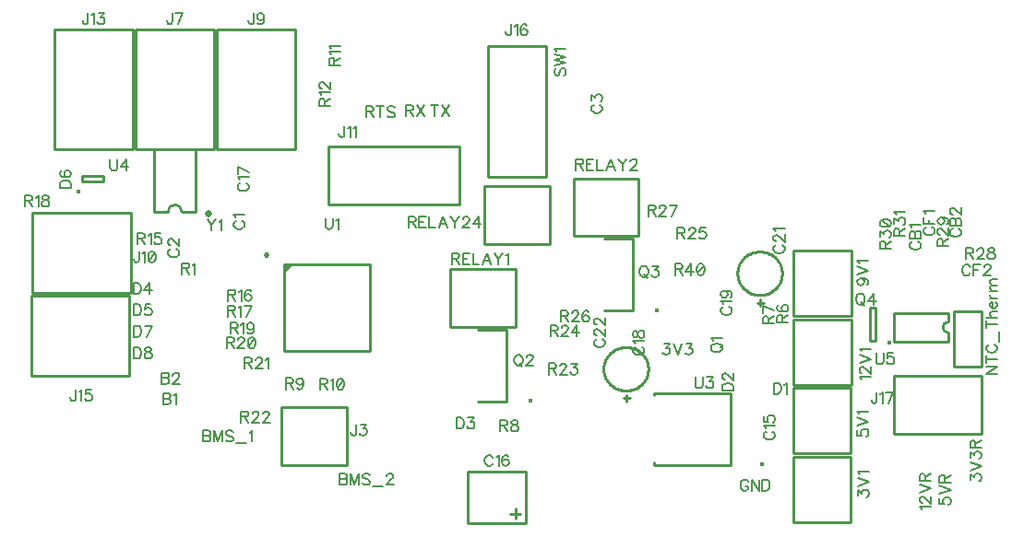
<source format=gbr>
G04 DipTrace 3.2.0.1*
G04 TopSilk.gbr*
%MOIN*%
G04 #@! TF.FileFunction,Legend,Top*
G04 #@! TF.Part,Single*
%ADD10C,0.009843*%
%ADD36C,0.015415*%
%ADD44O,0.01533X0.015438*%
%ADD47C,0.015422*%
%ADD50C,0.02075*%
%ADD53C,0.015408*%
%ADD56C,0.02501*%
%ADD132C,0.005906*%
%FSLAX26Y26*%
G04*
G70*
G90*
G75*
G01*
G04 TopSilk*
%LPD*%
X3474486Y1195103D2*
D10*
X3265815D1*
Y958877D1*
X3474486D1*
Y1195103D1*
X3263234Y460897D2*
X3471905D1*
Y697123D1*
X3263234D1*
Y460897D1*
Y710897D2*
X3471905D1*
Y947123D1*
X3263234D1*
Y710897D1*
X3474486Y1445103D2*
X3265815D1*
Y1208877D1*
X3474486D1*
Y1445103D1*
X2299213Y645669D2*
X2086614D1*
Y458661D1*
X2299213D1*
Y645669D1*
X2277549Y492117D2*
X2242109D1*
X2261795Y511809D2*
Y474407D1*
X2673234Y909449D2*
X2649602D1*
X2661418Y897638D2*
Y921260D1*
X2578740Y1015748D2*
X2578937Y1021241D1*
X2579526Y1026707D1*
X2580504Y1032119D1*
X2581867Y1037452D1*
X2583607Y1042679D1*
X2585718Y1047775D1*
X2588187Y1052714D1*
X2591004Y1057474D1*
X2594154Y1062030D1*
X2597622Y1066361D1*
X2601392Y1070446D1*
X2605444Y1074263D1*
X2609760Y1077796D1*
X2614317Y1081027D1*
X2619094Y1083939D1*
X2624068Y1086519D1*
X2629215Y1088755D1*
X2634508Y1090634D1*
X2639924Y1092149D1*
X2645434Y1093292D1*
X2651012Y1094057D1*
X2656632Y1094440D1*
X2662266D1*
X2667885Y1094057D1*
X2673464Y1093292D1*
X2678974Y1092149D1*
X2684389Y1090634D1*
X2689683Y1088755D1*
X2694829Y1086519D1*
X2699803Y1083939D1*
X2704581Y1081027D1*
X2709138Y1077796D1*
X2713453Y1074263D1*
X2717506Y1070446D1*
X2721275Y1066361D1*
X2724743Y1062030D1*
X2727894Y1057474D1*
X2730710Y1052714D1*
X2733180Y1047775D1*
X2735290Y1042679D1*
X2737031Y1037452D1*
X2738394Y1032119D1*
X2739372Y1026707D1*
X2739961Y1021241D1*
X2740157Y1015748D1*
X2739961Y1010255D1*
X2739372Y1004790D1*
X2738394Y999377D1*
X2737031Y994044D1*
X2735290Y988817D1*
X2733180Y983722D1*
X2730710Y978782D1*
X2727894Y974022D1*
X2724743Y969466D1*
X2721275Y965135D1*
X2717506Y961051D1*
X2713453Y957233D1*
X2709138Y953700D1*
X2704581Y950469D1*
X2699803Y947557D1*
X2694829Y944977D1*
X2689683Y942741D1*
X2684389Y940862D1*
X2678974Y939347D1*
X2673464Y938204D1*
X2667885Y937439D1*
X2662266Y937056D1*
X2656632D1*
X2651012Y937439D1*
X2645434Y938204D1*
X2639924Y939347D1*
X2634508Y940862D1*
X2629215Y942741D1*
X2624068Y944977D1*
X2619094Y947557D1*
X2614317Y950469D1*
X2609760Y953700D1*
X2605444Y957233D1*
X2601392Y961051D1*
X2597622Y965135D1*
X2594154Y969466D1*
X2591004Y974022D1*
X2588187Y978782D1*
X2585718Y983722D1*
X2583607Y988817D1*
X2581867Y994044D1*
X2580504Y999377D1*
X2579526Y1004790D1*
X2578937Y1010255D1*
X2578740Y1015748D1*
X3156746Y1255157D2*
X3133114D1*
X3144930Y1243346D2*
Y1266969D1*
X3062252Y1361457D2*
X3062449Y1366949D1*
X3063037Y1372415D1*
X3064016Y1377828D1*
X3065378Y1383160D1*
X3067119Y1388387D1*
X3069230Y1393483D1*
X3071699Y1398423D1*
X3074516Y1403183D1*
X3077666Y1407739D1*
X3081134Y1412070D1*
X3084904Y1416154D1*
X3088956Y1419972D1*
X3093271Y1423505D1*
X3097829Y1426735D1*
X3102606Y1429648D1*
X3107580Y1432228D1*
X3112727Y1434463D1*
X3118020Y1436343D1*
X3123435Y1437858D1*
X3128946Y1439001D1*
X3134524Y1439766D1*
X3140144Y1440149D1*
X3145777D1*
X3151397Y1439766D1*
X3156976Y1439001D1*
X3162486Y1437858D1*
X3167901Y1436343D1*
X3173195Y1434463D1*
X3178341Y1432228D1*
X3183315Y1429648D1*
X3188092Y1426735D1*
X3192650Y1423505D1*
X3196965Y1419972D1*
X3201018Y1416154D1*
X3204787Y1412070D1*
X3208255Y1407739D1*
X3211405Y1403183D1*
X3214222Y1398423D1*
X3216692Y1393483D1*
X3218802Y1388387D1*
X3220543Y1383160D1*
X3221906Y1377828D1*
X3222884Y1372415D1*
X3223473Y1366949D1*
X3223669Y1361457D1*
X3223473Y1355964D1*
X3222884Y1350498D1*
X3221906Y1345086D1*
X3220543Y1339753D1*
X3218802Y1334526D1*
X3216692Y1329430D1*
X3214222Y1324490D1*
X3211405Y1319731D1*
X3208255Y1315174D1*
X3204787Y1310843D1*
X3201018Y1306759D1*
X3196965Y1302941D1*
X3192650Y1299409D1*
X3188092Y1296178D1*
X3183315Y1293266D1*
X3178341Y1290686D1*
X3173195Y1288450D1*
X3167901Y1286570D1*
X3162486Y1285055D1*
X3156976Y1283913D1*
X3151397Y1283148D1*
X3145777Y1282765D1*
X3140144D1*
X3134524Y1283148D1*
X3128946Y1283913D1*
X3123435Y1285055D1*
X3118020Y1286570D1*
X3112727Y1288450D1*
X3107580Y1290686D1*
X3102606Y1293266D1*
X3097829Y1296178D1*
X3093271Y1299409D1*
X3088956Y1302941D1*
X3084904Y1306759D1*
X3081134Y1310843D1*
X3077666Y1315174D1*
X3074516Y1319731D1*
X3071699Y1324490D1*
X3069230Y1329430D1*
X3067119Y1334526D1*
X3065378Y1339753D1*
X3064016Y1345086D1*
X3063037Y1350498D1*
X3062449Y1355964D1*
X3062252Y1361457D1*
D36*
X680476Y1658699D3*
X693600Y1693100D2*
D10*
X772347D1*
Y1712774D1*
X693600D1*
Y1693100D1*
X1649770Y668039D2*
X1413543D1*
Y876710D1*
X1649770D1*
Y668039D1*
X1172029Y2245058D2*
X888564D1*
Y1811987D1*
X1172029D1*
Y2245058D1*
X1465748D2*
X1182283D1*
Y1811987D1*
X1465748D1*
Y2245058D1*
X514178Y1579318D2*
X870478D1*
Y1291916D1*
X514178D1*
Y1579318D1*
X1584777Y1820352D2*
X2057218D1*
Y1611681D1*
X1584777D1*
Y1820352D1*
X878310Y2245058D2*
X594845D1*
Y1811987D1*
X878310D1*
Y2245058D1*
X509843Y1279528D2*
X866142D1*
Y992126D1*
X509843D1*
Y1279528D1*
X2369780Y2184835D2*
X2161108D1*
Y1712394D1*
X2369780D1*
Y2184835D1*
X3628907Y989438D2*
X3943875D1*
Y780767D1*
X3628907D1*
Y989438D1*
X3845155Y1022605D2*
X3945155D1*
X3845155Y1222605D2*
Y1022605D1*
Y1222605D2*
X3945155D1*
Y1022605D1*
X2227982Y898702D2*
Y1158559D1*
X2125624Y898702D2*
X2227982D1*
X2125624Y1158559D2*
X2227982D1*
D44*
X2315318Y899648D3*
X2685045Y1227547D2*
D10*
Y1487404D1*
X2582687Y1227547D2*
X2685045D1*
X2582687Y1487404D2*
X2685045D1*
D44*
X2772381Y1228493D3*
D47*
X3611488Y1109080D3*
X3561347Y1118281D2*
D10*
Y1236386D1*
X3541661D1*
Y1118281D1*
X3561347D1*
X2025180Y1376291D2*
X2261407D1*
Y1167620D1*
X2025180D1*
Y1376291D1*
X2469745Y1705136D2*
X2705971D1*
Y1496465D1*
X2469745D1*
Y1705136D1*
X2148486Y1677534D2*
X2384713D1*
Y1468863D1*
X2148486D1*
Y1677534D1*
X1423175Y1392668D2*
X1734175D1*
Y1081668D1*
X1423175D1*
Y1392668D1*
G36*
D2*
Y1356418D1*
X1459425Y1392668D1*
X1423175D1*
G37*
D50*
X1360950Y1428968D3*
X3037465Y668319D2*
D10*
Y928161D1*
X2761876Y668319D2*
X3037465D1*
X2761876D2*
Y676184D1*
Y928161D2*
X3037465D1*
X2761876D2*
Y920296D1*
D53*
X3152411Y669252D3*
X954755Y1584774D2*
D10*
Y1809780D1*
X1104756D1*
Y1584774D1*
X1054766D1*
X954755D2*
X1004746D1*
X1054766D2*
G03X1004746Y1584774I-25010J-4D01*
G01*
D56*
X1150522Y1575917D3*
X3824833Y1217494D2*
D10*
X3627978D1*
X3824833Y1115118D2*
X3627978D1*
Y1217494D2*
Y1115118D1*
X3824833Y1186000D2*
Y1217494D1*
Y1146611D2*
Y1115118D1*
Y1186000D2*
G03X3824833Y1146611I9J-19694D01*
G01*
X3510694Y976835D2*
D132*
X3508748Y980682D1*
X3503044Y986430D1*
X3543192D1*
X3512595Y1000187D2*
X3510694D1*
X3506847Y1002088D1*
X3504946Y1003989D1*
X3503044Y1007836D1*
Y1015485D1*
X3504946Y1019288D1*
X3506847Y1021189D1*
X3510694Y1023135D1*
X3514496D1*
X3518343Y1021189D1*
X3524047Y1017386D1*
X3543192Y998241D1*
Y1025036D1*
X3503000Y1036847D2*
X3543192Y1052145D1*
X3503000Y1067444D1*
X3510694Y1079255D2*
X3508748Y1083102D1*
X3503044Y1088850D1*
X3543192D1*
X3729102Y507310D2*
X3727156Y511157D1*
X3721453Y516905D1*
X3761600D1*
X3731003Y530662D2*
X3729102D1*
X3725255Y532563D1*
X3723354Y534464D1*
X3721453Y538311D1*
Y545960D1*
X3723354Y549763D1*
X3725255Y551664D1*
X3729102Y553609D1*
X3732904D1*
X3736751Y551664D1*
X3742455Y547861D1*
X3761600Y528716D1*
Y555511D1*
X3721408Y567322D2*
X3761600Y582620D1*
X3721408Y597919D1*
X3740554Y609730D2*
Y626930D1*
X3738608Y632678D1*
X3736707Y634623D1*
X3732904Y636525D1*
X3729058D1*
X3725255Y634623D1*
X3723310Y632678D1*
X3721408Y626930D1*
Y609730D1*
X3761600D1*
X3740554Y623127D2*
X3761600Y636525D1*
X3496862Y555913D2*
Y576915D1*
X3512161Y565463D1*
Y571211D1*
X3514062Y575014D1*
X3515963Y576915D1*
X3521711Y578860D1*
X3525514D1*
X3531262Y576915D1*
X3535109Y573112D1*
X3537010Y567364D1*
Y561616D1*
X3535109Y555913D1*
X3533163Y554011D1*
X3529360Y552066D1*
X3496818Y590671D2*
X3537010Y605970D1*
X3496818Y621269D1*
X3504511Y633080D2*
X3502566Y636926D1*
X3496862Y642674D1*
X3537010D1*
X2796399Y1107612D2*
X2817402D1*
X2805950Y1092313D1*
X2811698D1*
X2815500Y1090412D1*
X2817402Y1088511D1*
X2819347Y1082763D1*
Y1078960D1*
X2817402Y1073212D1*
X2813599Y1069365D1*
X2807851Y1067464D1*
X2802103D1*
X2796399Y1069365D1*
X2794498Y1071311D1*
X2792552Y1075113D1*
X2831158Y1107656D2*
X2846457Y1067464D1*
X2861755Y1107656D1*
X2877413Y1107612D2*
X2898416D1*
X2886964Y1092313D1*
X2892712D1*
X2896514Y1090412D1*
X2898416Y1088511D1*
X2900361Y1082763D1*
Y1078960D1*
X2898416Y1073212D1*
X2894613Y1069365D1*
X2888865Y1067464D1*
X2883117D1*
X2877413Y1069365D1*
X2875512Y1071311D1*
X2873566Y1075113D1*
X3903438Y613482D2*
Y634485D1*
X3918737Y623033D1*
Y628781D1*
X3920638Y632583D1*
X3922539Y634485D1*
X3928287Y636430D1*
X3932090D1*
X3937838Y634485D1*
X3941685Y630682D1*
X3943586Y624934D1*
Y619186D1*
X3941685Y613482D1*
X3939739Y611581D1*
X3935937Y609636D1*
X3903394Y648241D2*
X3943586Y663540D1*
X3903394Y678838D1*
X3903438Y694496D2*
Y715499D1*
X3918737Y704047D1*
Y709795D1*
X3920638Y713597D1*
X3922539Y715498D1*
X3928287Y717444D1*
X3932090D1*
X3937838Y715498D1*
X3941685Y711696D1*
X3943586Y705948D1*
Y700200D1*
X3941685Y694496D1*
X3939739Y692595D1*
X3935937Y690649D1*
X3922539Y729255D2*
Y746455D1*
X3920594Y752203D1*
X3918693Y754148D1*
X3914890Y756050D1*
X3911043D1*
X3907241Y754148D1*
X3905295Y752203D1*
X3903394Y746455D1*
Y729255D1*
X3943586D1*
X3922539Y742652D2*
X3943586Y756050D1*
X3495237Y794452D2*
Y775351D1*
X3512437Y773450D1*
X3510536Y775351D1*
X3508590Y781099D1*
Y786803D1*
X3510536Y792551D1*
X3514339Y796398D1*
X3520087Y798299D1*
X3523889D1*
X3529637Y796397D1*
X3533484Y792551D1*
X3535385Y786803D1*
Y781099D1*
X3533484Y775351D1*
X3531538Y773450D1*
X3527736Y771504D1*
X3495193Y810110D2*
X3535385Y825408D1*
X3495193Y840707D1*
X3502887Y852518D2*
X3500941Y856365D1*
X3495237Y862113D1*
X3535385D1*
X3792760Y547210D2*
Y528109D1*
X3809960Y526208D1*
X3808058Y528109D1*
X3806113Y533857D1*
Y539561D1*
X3808058Y545309D1*
X3811861Y549156D1*
X3817609Y551057D1*
X3821411D1*
X3827159Y549156D1*
X3831006Y545309D1*
X3832907Y539561D1*
Y533857D1*
X3831006Y528109D1*
X3829061Y526208D1*
X3825258Y524262D1*
X3792715Y562868D2*
X3832907Y578167D1*
X3792715Y593465D1*
X3811861Y605276D2*
Y622476D1*
X3809915Y628224D1*
X3808014Y630170D1*
X3804212Y632071D1*
X3800365D1*
X3796562Y630170D1*
X3794617Y628224D1*
X3792715Y622476D1*
Y605276D1*
X3832907D1*
X3811861Y618674D2*
X3832907Y632071D1*
X3509213Y1343944D2*
X3514961Y1341998D1*
X3518807Y1338196D1*
X3520709Y1332448D1*
Y1330547D1*
X3518807Y1324799D1*
X3514961Y1320996D1*
X3509212Y1319051D1*
X3507311D1*
X3501563Y1320996D1*
X3497761Y1324799D1*
X3495859Y1330547D1*
Y1332448D1*
X3497761Y1338196D1*
X3501563Y1341998D1*
X3509213Y1343944D1*
X3518807D1*
X3528358Y1341998D1*
X3534106Y1338196D1*
X3536007Y1332448D1*
Y1328645D1*
X3534106Y1322897D1*
X3530259Y1320996D1*
X3495815Y1355755D2*
X3536007Y1371054D1*
X3495815Y1386352D1*
X3503509Y1398163D2*
X3501563Y1402010D1*
X3495859Y1407758D1*
X3536007D1*
X986627Y927897D2*
Y887705D1*
X1003871D1*
X1009619Y889651D1*
X1011520Y891552D1*
X1013421Y895355D1*
Y901103D1*
X1011520Y904950D1*
X1009619Y906851D1*
X1003871Y908752D1*
X1009619Y910698D1*
X1011520Y912599D1*
X1013421Y916401D1*
Y920248D1*
X1011520Y924051D1*
X1009619Y925996D1*
X1003871Y927897D1*
X986627D1*
Y908752D2*
X1003871D1*
X1025232Y920204D2*
X1029079Y922149D1*
X1034827Y927853D1*
Y887705D1*
X981964Y1001953D2*
Y961761D1*
X999208D1*
X1004956Y963706D1*
X1006857Y965607D1*
X1008759Y969410D1*
Y975158D1*
X1006857Y979005D1*
X1004956Y980906D1*
X999208Y982807D1*
X1004956Y984753D1*
X1006857Y986654D1*
X1008759Y990456D1*
Y994303D1*
X1006857Y998106D1*
X1004956Y1000051D1*
X999208Y1001953D1*
X981964D1*
Y982807D2*
X999208D1*
X1022515Y992358D2*
Y994259D1*
X1024416Y998106D1*
X1026318Y1000007D1*
X1030164Y1001908D1*
X1037814D1*
X1041616Y1000007D1*
X1043517Y998106D1*
X1045463Y994259D1*
Y990456D1*
X1043517Y986610D1*
X1039715Y980906D1*
X1020570Y961761D1*
X1047364D1*
X1132065Y792724D2*
Y752532D1*
X1149309D1*
X1155057Y754478D1*
X1156959Y756379D1*
X1158860Y760182D1*
Y765930D1*
X1156959Y769776D1*
X1155057Y771678D1*
X1149309Y773579D1*
X1155057Y775524D1*
X1156959Y777426D1*
X1158860Y781228D1*
Y785075D1*
X1156959Y788877D1*
X1155057Y790823D1*
X1149309Y792724D1*
X1132065D1*
Y773579D2*
X1149309D1*
X1201268Y752532D2*
Y792724D1*
X1185970Y752532D1*
X1170671Y792724D1*
Y752532D1*
X1239874Y786976D2*
X1236071Y790823D1*
X1230323Y792724D1*
X1222674D1*
X1216926Y790823D1*
X1213079Y786976D1*
Y783174D1*
X1215025Y779327D1*
X1216926Y777426D1*
X1220729Y775524D1*
X1232225Y771678D1*
X1236071Y769776D1*
X1237973Y767831D1*
X1239874Y764028D1*
Y758280D1*
X1236071Y754478D1*
X1230323Y752532D1*
X1222674D1*
X1216926Y754478D1*
X1213079Y758280D1*
X1251685Y745900D2*
X1288030D1*
X1299841Y785031D2*
X1303688Y786976D1*
X1309436Y792680D1*
Y752532D1*
X1625657Y637178D2*
Y596986D1*
X1642901D1*
X1648649Y598932D1*
X1650550Y600833D1*
X1652452Y604636D1*
Y610384D1*
X1650550Y614230D1*
X1648649Y616132D1*
X1642901Y618033D1*
X1648649Y619978D1*
X1650550Y621880D1*
X1652452Y625682D1*
Y629529D1*
X1650550Y633332D1*
X1648649Y635277D1*
X1642901Y637178D1*
X1625657D1*
Y618033D2*
X1642901D1*
X1694860Y596986D2*
Y637178D1*
X1679561Y596986D1*
X1664263Y637178D1*
Y596986D1*
X1733466Y631430D2*
X1729663Y635277D1*
X1723915Y637178D1*
X1716266D1*
X1710518Y635277D1*
X1706671Y631430D1*
Y627628D1*
X1708616Y623781D1*
X1710518Y621880D1*
X1714320Y619978D1*
X1725816Y616132D1*
X1729663Y614230D1*
X1731564Y612285D1*
X1733466Y608482D1*
Y602734D1*
X1729663Y598932D1*
X1723915Y596986D1*
X1716266D1*
X1710518Y598932D1*
X1706671Y602734D1*
X1745277Y590354D2*
X1781622D1*
X1795378Y627583D2*
Y629485D1*
X1797280Y633332D1*
X1799181Y635233D1*
X1803028Y637134D1*
X1810677D1*
X1814480Y635233D1*
X1816381Y633332D1*
X1818326Y629485D1*
Y625682D1*
X1816381Y621835D1*
X1812578Y616132D1*
X1793433Y596986D1*
X1820228D1*
X1251002Y1551089D2*
X1247200Y1549187D1*
X1243353Y1545341D1*
X1241452Y1541538D1*
Y1533889D1*
X1243353Y1530042D1*
X1247200Y1526240D1*
X1251002Y1524294D1*
X1256750Y1522393D1*
X1266345D1*
X1272049Y1524294D1*
X1275896Y1526240D1*
X1279698Y1530042D1*
X1281644Y1533889D1*
Y1541538D1*
X1279698Y1545341D1*
X1275896Y1549187D1*
X1272049Y1551089D1*
X1249145Y1562900D2*
X1247200Y1566746D1*
X1241496Y1572495D1*
X1281644Y1572494D1*
X1014653Y1449187D2*
X1010851Y1447286D1*
X1007004Y1443439D1*
X1005103Y1439636D1*
Y1431987D1*
X1007004Y1428140D1*
X1010851Y1424338D1*
X1014653Y1422392D1*
X1020401Y1420491D1*
X1029996D1*
X1035700Y1422392D1*
X1039547Y1424338D1*
X1043349Y1428140D1*
X1045295Y1431987D1*
Y1439636D1*
X1043349Y1443439D1*
X1039547Y1447286D1*
X1035700Y1449187D1*
X1014697Y1462943D2*
X1012796D1*
X1008949Y1464845D1*
X1007048Y1466746D1*
X1005147Y1470593D1*
Y1478242D1*
X1007048Y1482045D1*
X1008949Y1483946D1*
X1012796Y1485891D1*
X1016599D1*
X1020445Y1483946D1*
X1026149Y1480143D1*
X1045295Y1460998D1*
Y1487793D1*
X2543645Y1971064D2*
X2539843Y1969162D1*
X2535996Y1965316D1*
X2534095Y1961513D1*
Y1953864D1*
X2535996Y1950017D1*
X2539843Y1946214D1*
X2543645Y1944269D1*
X2549393Y1942368D1*
X2558988D1*
X2564692Y1944269D1*
X2568539Y1946214D1*
X2572341Y1950017D1*
X2574287Y1953864D1*
Y1961513D1*
X2572341Y1965316D1*
X2568539Y1969162D1*
X2564692Y1971064D1*
X2534139Y1986721D2*
Y2007724D1*
X2549438Y1996272D1*
Y2002020D1*
X2551339Y2005822D1*
X2553240Y2007724D1*
X2558988Y2009669D1*
X2562791D1*
X2568539Y2007724D1*
X2572385Y2003921D1*
X2574287Y1998173D1*
Y1992425D1*
X2572385Y1986721D1*
X2570440Y1984820D1*
X2566637Y1982875D1*
X3167101Y788493D2*
X3163298Y786592D1*
X3159451Y782745D1*
X3157550Y778943D1*
Y771293D1*
X3159451Y767447D1*
X3163298Y763644D1*
X3167101Y761699D1*
X3172849Y759797D1*
X3182443D1*
X3188147Y761699D1*
X3191994Y763644D1*
X3195797Y767447D1*
X3197742Y771293D1*
Y778943D1*
X3195797Y782745D1*
X3191994Y786592D1*
X3188147Y788493D1*
X3165244Y800304D2*
X3163298Y804151D1*
X3157594Y809899D1*
X3197742D1*
X3157594Y844658D2*
Y825557D1*
X3174794Y823655D1*
X3172893Y825557D1*
X3170947Y831305D1*
Y837009D1*
X3172893Y842757D1*
X3176695Y846603D1*
X3182444Y848505D1*
X3186246D1*
X3191994Y846603D1*
X3195841Y842757D1*
X3197742Y837009D1*
Y831305D1*
X3195841Y825557D1*
X3193895Y823655D1*
X3190093Y821710D1*
X2178228Y694562D2*
X2176327Y698365D1*
X2172480Y702211D1*
X2168678Y704113D1*
X2161028D1*
X2157182Y702211D1*
X2153379Y698365D1*
X2151434Y694562D1*
X2149532Y688814D1*
Y679219D1*
X2151434Y673515D1*
X2153379Y669669D1*
X2157182Y665866D1*
X2161028Y663921D1*
X2168678D1*
X2172480Y665866D1*
X2176327Y669669D1*
X2178228Y673515D1*
X2190039Y696419D2*
X2193886Y698365D1*
X2199634Y704068D1*
Y663921D1*
X2234393Y698365D2*
X2232492Y702167D1*
X2226744Y704068D1*
X2222941D1*
X2217193Y702167D1*
X2213346Y696419D1*
X2211445Y686869D1*
Y677318D1*
X2213346Y669669D1*
X2217193Y665822D1*
X2222941Y663921D1*
X2224843D1*
X2230546Y665822D1*
X2234393Y669669D1*
X2236294Y675417D1*
Y677318D1*
X2234393Y683066D1*
X2230546Y686869D1*
X2224843Y688770D1*
X2222941D1*
X2217193Y686869D1*
X2213346Y683066D1*
X2211445Y677318D1*
X1265968Y1687770D2*
X1262166Y1685869D1*
X1258319Y1682022D1*
X1256418Y1678220D1*
Y1670570D1*
X1258319Y1666724D1*
X1262166Y1662921D1*
X1265968Y1660975D1*
X1271716Y1659074D1*
X1281311D1*
X1287015Y1660975D1*
X1290862Y1662921D1*
X1294664Y1666724D1*
X1296610Y1670570D1*
Y1678220D1*
X1294664Y1682022D1*
X1290862Y1685869D1*
X1287015Y1687770D1*
X1264111Y1699581D2*
X1262166Y1703428D1*
X1256462Y1709176D1*
X1296610D1*
Y1728636D2*
X1256462Y1747782D1*
Y1720987D1*
X2695202Y1094601D2*
X2691399Y1092699D1*
X2687552Y1088853D1*
X2685651Y1085050D1*
Y1077401D1*
X2687552Y1073554D1*
X2691399Y1069751D1*
X2695202Y1067806D1*
X2700950Y1065905D1*
X2710545D1*
X2716248Y1067806D1*
X2720095Y1069751D1*
X2723898Y1073554D1*
X2725843Y1077401D1*
Y1085050D1*
X2723898Y1088853D1*
X2720095Y1092699D1*
X2716248Y1094601D1*
X2693345Y1106412D2*
X2691399Y1110258D1*
X2685695Y1116006D1*
X2725843D1*
X2685695Y1137368D2*
X2687597Y1131664D1*
X2691399Y1129719D1*
X2695246D1*
X2699049Y1131664D1*
X2700994Y1135467D1*
X2702895Y1143116D1*
X2704797Y1148864D1*
X2708643Y1152667D1*
X2712446Y1154568D1*
X2718194D1*
X2721996Y1152667D1*
X2723942Y1150765D1*
X2725843Y1145017D1*
Y1137368D1*
X2723942Y1131664D1*
X2721996Y1129719D1*
X2718194Y1127817D1*
X2712446D1*
X2708643Y1129719D1*
X2704797Y1133565D1*
X2702895Y1139269D1*
X2700994Y1146919D1*
X2699049Y1150765D1*
X2695246Y1152667D1*
X2691399D1*
X2687597Y1150765D1*
X2685695Y1145017D1*
Y1137368D1*
X3011855Y1240545D2*
X3008053Y1238644D1*
X3004206Y1234797D1*
X3002305Y1230994D1*
Y1223345D1*
X3004206Y1219498D1*
X3008053Y1215696D1*
X3011855Y1213750D1*
X3017603Y1211849D1*
X3027198D1*
X3032902Y1213750D1*
X3036749Y1215696D1*
X3040551Y1219498D1*
X3042497Y1223345D1*
Y1230994D1*
X3040551Y1234797D1*
X3036749Y1238644D1*
X3032902Y1240545D1*
X3009998Y1252356D2*
X3008053Y1256203D1*
X3002349Y1261951D1*
X3042497D1*
X3015702Y1298655D2*
X3021450Y1296710D1*
X3025297Y1292907D1*
X3027198Y1287159D1*
Y1285258D1*
X3025297Y1279510D1*
X3021450Y1275707D1*
X3015702Y1273762D1*
X3013801D1*
X3008053Y1275707D1*
X3004250Y1279510D1*
X3002349Y1285258D1*
Y1287159D1*
X3004250Y1292907D1*
X3008053Y1296710D1*
X3015702Y1298655D1*
X3025297D1*
X3034847Y1296710D1*
X3040595Y1292907D1*
X3042497Y1287159D1*
Y1283356D1*
X3040595Y1277608D1*
X3036749Y1275707D1*
X3202336Y1463909D2*
X3198533Y1462008D1*
X3194686Y1458161D1*
X3192785Y1454359D1*
Y1446709D1*
X3194686Y1442863D1*
X3198533Y1439060D1*
X3202336Y1437115D1*
X3208084Y1435213D1*
X3217678D1*
X3223382Y1437115D1*
X3227229Y1439060D1*
X3231032Y1442863D1*
X3232977Y1446709D1*
Y1454359D1*
X3231032Y1458161D1*
X3227229Y1462008D1*
X3223382Y1463909D1*
X3202380Y1477666D2*
X3200479D1*
X3196632Y1479567D1*
X3194731Y1481468D1*
X3192829Y1485315D1*
Y1492964D1*
X3194731Y1496767D1*
X3196632Y1498668D1*
X3200479Y1500614D1*
X3204281D1*
X3208128Y1498668D1*
X3213832Y1494866D1*
X3232977Y1475720D1*
Y1502515D1*
X3200479Y1514326D2*
X3198533Y1518173D1*
X3192829Y1523921D1*
X3232977D1*
X2553417Y1123559D2*
X2549614Y1121657D1*
X2545768Y1117811D1*
X2543866Y1114008D1*
Y1106359D1*
X2545768Y1102512D1*
X2549614Y1098709D1*
X2553417Y1096764D1*
X2559165Y1094863D1*
X2568760D1*
X2574464Y1096764D1*
X2578310Y1098709D1*
X2582113Y1102512D1*
X2584058Y1106359D1*
Y1114008D1*
X2582113Y1117811D1*
X2578310Y1121657D1*
X2574464Y1123559D1*
X2553461Y1137315D2*
X2551560D1*
X2547713Y1139216D1*
X2545812Y1141118D1*
X2543911Y1144964D1*
Y1152614D1*
X2545812Y1156416D1*
X2547713Y1158318D1*
X2551560Y1160263D1*
X2555362D1*
X2559209Y1158318D1*
X2564913Y1154515D1*
X2584058Y1135370D1*
Y1162164D1*
X2553461Y1175921D2*
X2551560D1*
X2547713Y1177822D1*
X2545812Y1179723D1*
X2543911Y1183570D1*
Y1191219D1*
X2545812Y1195022D1*
X2547713Y1196923D1*
X2551560Y1198869D1*
X2555362D1*
X2559209Y1196923D1*
X2564913Y1193121D1*
X2584058Y1173975D1*
Y1200770D1*
X3694639Y1476140D2*
X3690836Y1474239D1*
X3686989Y1470392D1*
X3685088Y1466590D1*
Y1458940D1*
X3686989Y1455094D1*
X3690836Y1451291D1*
X3694639Y1449346D1*
X3700387Y1447444D1*
X3709982D1*
X3715685Y1449346D1*
X3719532Y1451291D1*
X3723335Y1455094D1*
X3725280Y1458940D1*
Y1466590D1*
X3723335Y1470392D1*
X3719532Y1474239D1*
X3715685Y1476140D1*
X3685088Y1487951D2*
X3725280D1*
Y1505195D1*
X3723335Y1510943D1*
X3721433Y1512845D1*
X3717631Y1514746D1*
X3711883D1*
X3708036Y1512845D1*
X3706135Y1510943D1*
X3704234Y1505195D1*
X3702288Y1510943D1*
X3700387Y1512845D1*
X3696584Y1514746D1*
X3692737D1*
X3688935Y1512845D1*
X3686989Y1510943D1*
X3685088Y1505195D1*
Y1487951D1*
X3704234D2*
Y1505195D1*
X3692782Y1526557D2*
X3690836Y1530404D1*
X3685132Y1536152D1*
X3725280D1*
X3840013Y1522658D2*
X3836210Y1520757D1*
X3832363Y1516910D1*
X3830462Y1513108D1*
Y1505459D1*
X3832363Y1501612D1*
X3836210Y1497809D1*
X3840013Y1495864D1*
X3845761Y1493962D1*
X3855356D1*
X3861059Y1495864D1*
X3864906Y1497809D1*
X3868709Y1501612D1*
X3870654Y1505458D1*
Y1513108D1*
X3868709Y1516910D1*
X3864906Y1520757D1*
X3861059Y1522658D1*
X3830462Y1534469D2*
X3870654D1*
Y1551713D1*
X3868709Y1557461D1*
X3866807Y1559363D1*
X3863005Y1561264D1*
X3857257D1*
X3853410Y1559363D1*
X3851509Y1557461D1*
X3849608Y1551713D1*
X3847662Y1557461D1*
X3845761Y1559363D1*
X3841958Y1561264D1*
X3838112D1*
X3834309Y1559363D1*
X3832363Y1557461D1*
X3830462Y1551713D1*
Y1534469D1*
X3849608D2*
Y1551713D1*
X3840057Y1575021D2*
X3838156D1*
X3834309Y1576922D1*
X3832408Y1578823D1*
X3830506Y1582670D1*
Y1590319D1*
X3832408Y1594122D1*
X3834309Y1596023D1*
X3838156Y1597968D1*
X3841958D1*
X3845805Y1596023D1*
X3851509Y1592220D1*
X3870654Y1573075D1*
Y1599870D1*
X3744637Y1528272D2*
X3740835Y1526371D1*
X3736988Y1522524D1*
X3735087Y1518721D1*
Y1511072D1*
X3736988Y1507225D1*
X3740835Y1503423D1*
X3744637Y1501477D1*
X3750385Y1499576D1*
X3759980D1*
X3765684Y1501477D1*
X3769531Y1503423D1*
X3773333Y1507225D1*
X3775279Y1511072D1*
Y1518721D1*
X3773333Y1522524D1*
X3769531Y1526371D1*
X3765684Y1528272D1*
X3735087Y1564976D2*
Y1540083D1*
X3775279D1*
X3754232D2*
Y1555382D1*
X3742780Y1576787D2*
X3740835Y1580634D1*
X3735131Y1586382D1*
X3775279D1*
X3903541Y1384293D2*
X3901639Y1388096D1*
X3897793Y1391942D1*
X3893990Y1393844D1*
X3886341D1*
X3882494Y1391942D1*
X3878692Y1388096D1*
X3876746Y1384293D1*
X3874845Y1378545D1*
Y1368950D1*
X3876746Y1363246D1*
X3878692Y1359400D1*
X3882494Y1355597D1*
X3886341Y1353652D1*
X3893990D1*
X3897793Y1355597D1*
X3901639Y1359400D1*
X3903541Y1363246D1*
X3940245Y1393844D2*
X3915352D1*
Y1353652D1*
Y1374698D2*
X3930650D1*
X3954002Y1384249D2*
Y1386150D1*
X3955903Y1389997D1*
X3957804Y1391898D1*
X3961651Y1393799D1*
X3969300D1*
X3973103Y1391898D1*
X3975004Y1389997D1*
X3976950Y1386150D1*
Y1382348D1*
X3975004Y1378501D1*
X3971201Y1372797D1*
X3952056Y1353652D1*
X3978851D1*
X3193026Y965727D2*
Y925535D1*
X3206423D1*
X3212171Y927480D1*
X3216018Y931283D1*
X3217919Y935130D1*
X3219820Y940833D1*
Y950428D1*
X3217919Y956176D1*
X3216018Y959979D1*
X3212171Y963826D1*
X3206423Y965727D1*
X3193026D1*
X3231631Y958033D2*
X3235478Y959979D1*
X3241226Y965683D1*
Y925535D1*
X3007054Y936824D2*
X3047246D1*
Y950221D1*
X3045301Y955969D1*
X3041498Y959816D1*
X3037651Y961717D1*
X3031947Y963618D1*
X3022353D1*
X3016605Y961717D1*
X3012802Y959816D1*
X3008955Y955969D1*
X3007054Y950221D1*
Y936824D1*
X3016649Y977375D2*
X3014748D1*
X3010901Y979276D1*
X3009000Y981177D1*
X3007098Y985024D1*
Y992673D1*
X3009000Y996476D1*
X3010901Y998377D1*
X3014748Y1000323D1*
X3018550D1*
X3022397Y998377D1*
X3028101Y994575D1*
X3047246Y975429D1*
Y1002224D1*
X2046943Y839939D2*
Y799747D1*
X2060340D1*
X2066088Y801693D1*
X2069935Y805495D1*
X2071836Y809342D1*
X2073738Y815046D1*
Y824641D1*
X2071836Y830389D1*
X2069935Y834191D1*
X2066088Y838038D1*
X2060340Y839939D1*
X2046943D1*
X2089395Y839895D2*
X2110398D1*
X2098946Y824597D1*
X2104694D1*
X2108496Y822695D1*
X2110398Y820794D1*
X2112343Y815046D1*
Y811243D1*
X2110398Y805495D1*
X2106595Y801649D1*
X2100847Y799747D1*
X2095099D1*
X2089395Y801649D1*
X2087494Y803594D1*
X2085549Y807397D1*
X880289Y1326918D2*
Y1286726D1*
X893686D1*
X899434Y1288672D1*
X903281Y1292474D1*
X905182Y1296321D1*
X907083Y1302025D1*
Y1311620D1*
X905182Y1317368D1*
X903281Y1321170D1*
X899434Y1325017D1*
X893686Y1326918D1*
X880289D1*
X938040Y1286726D2*
Y1326874D1*
X918895Y1300124D1*
X947590D1*
X881239Y1249614D2*
Y1209422D1*
X894637D1*
X900385Y1211367D1*
X904232Y1215170D1*
X906133Y1219017D1*
X908034Y1224721D1*
Y1234315D1*
X906133Y1240063D1*
X904232Y1243866D1*
X900385Y1247713D1*
X894637Y1249614D1*
X881239D1*
X942793Y1249570D2*
X923692D1*
X921791Y1232370D1*
X923692Y1234271D1*
X929440Y1236217D1*
X935144D1*
X940892Y1234271D1*
X944739Y1230469D1*
X946640Y1224721D1*
Y1220918D1*
X944739Y1215170D1*
X940892Y1211323D1*
X935144Y1209422D1*
X929440D1*
X923692Y1211323D1*
X921791Y1213269D1*
X919845Y1217071D1*
X614325Y1671210D2*
X654517D1*
Y1684607D1*
X652572Y1690355D1*
X648769Y1694202D1*
X644922Y1696103D1*
X639218Y1698004D1*
X629624D1*
X623876Y1696103D1*
X620073Y1694202D1*
X616226Y1690355D1*
X614325Y1684607D1*
Y1671210D1*
X620073Y1732763D2*
X616271Y1730862D1*
X614369Y1725114D1*
Y1721311D1*
X616271Y1715563D1*
X622019Y1711717D1*
X631569Y1709815D1*
X641120D1*
X648769Y1711717D1*
X652616Y1715563D1*
X654517Y1721311D1*
Y1723213D1*
X652616Y1728916D1*
X648769Y1732763D1*
X643021Y1734664D1*
X641120D1*
X635372Y1732763D1*
X631569Y1728916D1*
X629668Y1723213D1*
Y1721311D1*
X631569Y1715563D1*
X635372Y1711717D1*
X641120Y1709815D1*
X881239Y1172310D2*
Y1132118D1*
X894637D1*
X900385Y1134063D1*
X904232Y1137866D1*
X906133Y1141712D1*
X908034Y1147416D1*
Y1157011D1*
X906133Y1162759D1*
X904232Y1166561D1*
X900385Y1170408D1*
X894637Y1172310D1*
X881239D1*
X927494Y1132118D2*
X946640Y1172265D1*
X919845D1*
X881262Y1093380D2*
Y1053188D1*
X894659D1*
X900407Y1055134D1*
X904254Y1058936D1*
X906155Y1062783D1*
X908056Y1068487D1*
Y1078082D1*
X906155Y1083830D1*
X904254Y1087632D1*
X900407Y1091479D1*
X894659Y1093380D1*
X881262D1*
X929418Y1093336D2*
X923714Y1091435D1*
X921769Y1087632D1*
Y1083786D1*
X923714Y1079983D1*
X927517Y1078038D1*
X935166Y1076136D1*
X940914Y1074235D1*
X944716Y1070388D1*
X946618Y1066586D1*
Y1060838D1*
X944716Y1057035D1*
X942815Y1055090D1*
X937067Y1053188D1*
X929418D1*
X923714Y1055090D1*
X921769Y1057035D1*
X919867Y1060838D1*
Y1066586D1*
X921769Y1070388D1*
X925615Y1074235D1*
X931319Y1076136D1*
X938968Y1078038D1*
X942815Y1079983D1*
X944716Y1083786D1*
Y1087632D1*
X942815Y1091435D1*
X937067Y1093336D1*
X929418D1*
X3101727Y605979D2*
X3099825Y609782D1*
X3095978Y613629D1*
X3092176Y615530D1*
X3084527D1*
X3080680Y613629D1*
X3076877Y609782D1*
X3074932Y605979D1*
X3073031Y600231D1*
Y590637D1*
X3074932Y584933D1*
X3076877Y581086D1*
X3080680Y577283D1*
X3084527Y575338D1*
X3092176D1*
X3095978Y577283D1*
X3099825Y581086D1*
X3101727Y584933D1*
Y590637D1*
X3092176D1*
X3140332Y615530D2*
Y575338D1*
X3113538Y615530D1*
Y575338D1*
X3152143Y615530D2*
Y575338D1*
X3165541D1*
X3171289Y577283D1*
X3175135Y581086D1*
X3177037Y584933D1*
X3178938Y590637D1*
Y600231D1*
X3177037Y605979D1*
X3175135Y609782D1*
X3171289Y613629D1*
X3165541Y615530D1*
X3152143D1*
X1685309Y815065D2*
Y784468D1*
X1683408Y778720D1*
X1681462Y776819D1*
X1677660Y774873D1*
X1673813D1*
X1670011Y776819D1*
X1668109Y778720D1*
X1666164Y784468D1*
Y788271D1*
X1700967Y815021D2*
X1721969D1*
X1710518Y799723D1*
X1716266D1*
X1720068Y797821D1*
X1721969Y795920D1*
X1723915Y790172D1*
Y786369D1*
X1721969Y780621D1*
X1718167Y776775D1*
X1712419Y774873D1*
X1706671D1*
X1700967Y776775D1*
X1699066Y778720D1*
X1697120Y782523D1*
X1020566Y2303501D2*
Y2272904D1*
X1018665Y2267156D1*
X1016720Y2265255D1*
X1012917Y2263309D1*
X1009070D1*
X1005268Y2265255D1*
X1003367Y2267156D1*
X1001421Y2272904D1*
Y2276706D1*
X1040027Y2263309D2*
X1059172Y2303457D1*
X1032377D1*
X1315236Y2303501D2*
Y2272904D1*
X1313335Y2267156D1*
X1311389Y2265255D1*
X1307587Y2263309D1*
X1303740D1*
X1299938Y2265255D1*
X1298036Y2267156D1*
X1296091Y2272904D1*
Y2276706D1*
X1351941Y2290104D2*
X1349995Y2284356D1*
X1346193Y2280509D1*
X1340445Y2278608D1*
X1338543D1*
X1332795Y2280509D1*
X1328993Y2284356D1*
X1327047Y2290104D1*
Y2292005D1*
X1328993Y2297753D1*
X1332795Y2301556D1*
X1338543Y2303457D1*
X1340445D1*
X1346193Y2301556D1*
X1349995Y2297753D1*
X1351941Y2290104D1*
Y2280509D1*
X1349995Y2270958D1*
X1346193Y2265210D1*
X1340445Y2263309D1*
X1336642D1*
X1330894Y2265210D1*
X1328993Y2269057D1*
X900241Y1440911D2*
Y1410313D1*
X898340Y1404565D1*
X896395Y1402664D1*
X892592Y1400719D1*
X888745D1*
X884943Y1402664D1*
X883042Y1404565D1*
X881096Y1410313D1*
Y1414116D1*
X912052Y1433217D2*
X915899Y1435163D1*
X921647Y1440866D1*
Y1400719D1*
X944954Y1440866D2*
X939206Y1438965D1*
X935360Y1433217D1*
X933458Y1423666D1*
Y1417918D1*
X935360Y1408368D1*
X939206Y1402620D1*
X944954Y1400719D1*
X948757D1*
X954505Y1402620D1*
X958307Y1408368D1*
X960253Y1417918D1*
Y1423666D1*
X958307Y1433217D1*
X954505Y1438965D1*
X948757Y1440866D1*
X944954D1*
X958307Y1433217D2*
X935360Y1408368D1*
X1641841Y1894543D2*
Y1863946D1*
X1639940Y1858198D1*
X1637995Y1856297D1*
X1634192Y1854351D1*
X1630345D1*
X1626543Y1856297D1*
X1624642Y1858198D1*
X1622696Y1863946D1*
Y1867748D1*
X1653652Y1886850D2*
X1657499Y1888795D1*
X1663247Y1894499D1*
Y1854351D1*
X1675058Y1886850D2*
X1678905Y1888795D1*
X1684653Y1894499D1*
Y1854351D1*
X716144Y2303501D2*
Y2272904D1*
X714243Y2267156D1*
X712298Y2265255D1*
X708495Y2263309D1*
X704648D1*
X700846Y2265255D1*
X698944Y2267156D1*
X696999Y2272904D1*
Y2276706D1*
X727955Y2295808D2*
X731802Y2297753D1*
X737550Y2303457D1*
Y2263309D1*
X753208Y2303457D2*
X774210D1*
X762759Y2288158D1*
X768507D1*
X772309Y2286257D1*
X774210Y2284356D1*
X776156Y2278608D1*
Y2274805D1*
X774210Y2269057D1*
X770408Y2265210D1*
X764660Y2263309D1*
X758912D1*
X753208Y2265210D1*
X751307Y2267156D1*
X749361Y2270958D1*
X671496Y940333D2*
Y909736D1*
X669595Y903988D1*
X667649Y902087D1*
X663847Y900141D1*
X660000D1*
X656197Y902087D1*
X654296Y903988D1*
X652351Y909736D1*
Y913538D1*
X683307Y932640D2*
X687154Y934585D1*
X692902Y940289D1*
Y900141D1*
X727661Y940289D2*
X708560D1*
X706658Y923089D1*
X708560Y924990D1*
X714308Y926936D1*
X720012D1*
X725760Y924990D1*
X729606Y921188D1*
X731508Y915440D1*
Y911637D1*
X729606Y905889D1*
X725760Y902042D1*
X720012Y900141D1*
X714308D1*
X708560Y902042D1*
X706658Y903988D1*
X704713Y907790D1*
X2245004Y2262963D2*
Y2232366D1*
X2243103Y2226618D1*
X2241157Y2224717D1*
X2237355Y2222771D1*
X2233508D1*
X2229706Y2224717D1*
X2227804Y2226618D1*
X2225859Y2232366D1*
Y2236168D1*
X2256815Y2255270D2*
X2260662Y2257215D1*
X2266410Y2262919D1*
Y2222771D1*
X2301169Y2257215D2*
X2299268Y2261018D1*
X2293520Y2262919D1*
X2289717D1*
X2283969Y2261018D1*
X2280122Y2255270D1*
X2278221Y2245719D1*
Y2236168D1*
X2280122Y2228519D1*
X2283969Y2224672D1*
X2289717Y2222771D1*
X2291618D1*
X2297322Y2224672D1*
X2301169Y2228519D1*
X2303070Y2234267D1*
Y2236168D1*
X2301169Y2241916D1*
X2297322Y2245719D1*
X2291618Y2247620D1*
X2289717D1*
X2283969Y2245719D1*
X2280122Y2241916D1*
X2278221Y2236168D1*
X3565715Y932084D2*
Y901487D1*
X3563814Y895739D1*
X3561868Y893837D1*
X3558066Y891892D1*
X3554219D1*
X3550417Y893837D1*
X3548515Y895739D1*
X3546570Y901487D1*
Y905289D1*
X3577526Y924390D2*
X3581373Y926336D1*
X3587121Y932040D1*
Y891892D1*
X3606581D2*
X3625727Y932040D1*
X3598932D1*
X3961121Y1024522D2*
X4001313D1*
X3961121Y997727D1*
X4001313D1*
X3961121Y1049730D2*
X4001313D1*
X3961121Y1036333D2*
Y1063128D1*
X3970672Y1103634D2*
X3966869Y1101733D1*
X3963022Y1097886D1*
X3961121Y1094084D1*
Y1086435D1*
X3963022Y1082588D1*
X3966869Y1078785D1*
X3970672Y1076840D1*
X3976420Y1074939D1*
X3986014D1*
X3991718Y1076840D1*
X3995565Y1078785D1*
X3999367Y1082588D1*
X4001313Y1086435D1*
Y1094084D1*
X3999367Y1097886D1*
X3995565Y1101733D1*
X3991718Y1103634D1*
X4007945Y1115445D2*
Y1151791D1*
X3961121Y1176999D2*
X4001313D1*
X3961121Y1163602D2*
Y1190396D1*
Y1202207D2*
X4001313D1*
X3982168D2*
X3976420Y1207955D1*
X3974518Y1211802D1*
Y1217550D1*
X3976420Y1221353D1*
X3982168Y1223254D1*
X4001313D1*
X3986014Y1235065D2*
Y1258013D1*
X3982168D1*
X3978321Y1256112D1*
X3976420Y1254210D1*
X3974518Y1250364D1*
Y1244616D1*
X3976420Y1240813D1*
X3980266Y1236966D1*
X3986014Y1235065D1*
X3989817D1*
X3995565Y1236966D1*
X3999367Y1240813D1*
X4001313Y1244616D1*
Y1250364D1*
X3999367Y1254210D1*
X3995565Y1258013D1*
X3974518Y1269824D2*
X4001313D1*
X3986014D2*
X3980266Y1271770D1*
X3976420Y1275572D1*
X3974518Y1279419D1*
Y1285167D1*
Y1296978D2*
X4001313D1*
X3982168D2*
X3976420Y1302726D1*
X3974518Y1306573D1*
Y1312277D1*
X3976420Y1316123D1*
X3982168Y1318025D1*
X4001313D1*
X3982168D2*
X3976420Y1323773D1*
X3974518Y1327619D1*
Y1333323D1*
X3976420Y1337170D1*
X3982168Y1339115D1*
X4001313D1*
X2967147Y1087835D2*
X2969004Y1084032D1*
X2972851Y1080185D1*
X2976698Y1078284D1*
X2982446Y1076339D1*
X2991996D1*
X2997744Y1078284D1*
X3001547Y1080185D1*
X3005394Y1084032D1*
X3007295Y1087835D1*
Y1095484D1*
X3005394Y1099331D1*
X3001547Y1103133D1*
X2997744Y1105035D1*
X2991996Y1106980D1*
X2982446D1*
X2976698Y1105035D1*
X2972851Y1103133D1*
X2969004Y1099331D1*
X2967147Y1095484D1*
Y1087835D1*
X2999646Y1093583D2*
X3011142Y1105035D1*
X2974841Y1118791D2*
X2972895Y1122638D1*
X2967191Y1128386D1*
X3007339D1*
X2267349Y1067396D2*
X2263546Y1065539D1*
X2259700Y1061692D1*
X2257798Y1057846D1*
X2255853Y1052098D1*
Y1042547D1*
X2257798Y1036799D1*
X2259700Y1032996D1*
X2263546Y1029150D1*
X2267349Y1027248D1*
X2274998D1*
X2278845Y1029150D1*
X2282647Y1032996D1*
X2284549Y1036799D1*
X2286494Y1042547D1*
Y1052098D1*
X2284549Y1057846D1*
X2282647Y1061692D1*
X2278845Y1065539D1*
X2274998Y1067396D1*
X2267349D1*
X2273097Y1034898D2*
X2284549Y1023402D1*
X2300251Y1057801D2*
Y1059703D1*
X2302152Y1063549D1*
X2304053Y1065451D1*
X2307900Y1067352D1*
X2315549D1*
X2319352Y1065451D1*
X2321253Y1063549D1*
X2323199Y1059703D1*
Y1055900D1*
X2321253Y1052053D1*
X2317451Y1046349D1*
X2298305Y1027204D1*
X2325100D1*
X2720475Y1388367D2*
X2716672Y1386510D1*
X2712826Y1382663D1*
X2710924Y1378817D1*
X2708979Y1373069D1*
Y1363518D1*
X2710924Y1357770D1*
X2712826Y1353967D1*
X2716672Y1350121D1*
X2720475Y1348219D1*
X2728124D1*
X2731971Y1350121D1*
X2735773Y1353967D1*
X2737675Y1357770D1*
X2739620Y1363518D1*
Y1373069D1*
X2737675Y1378817D1*
X2735773Y1382663D1*
X2731971Y1386510D1*
X2728124Y1388367D1*
X2720475D1*
X2726223Y1355869D2*
X2737675Y1344373D1*
X2755278Y1388323D2*
X2776280D1*
X2764829Y1373024D1*
X2770577D1*
X2774379Y1371123D1*
X2776280Y1369222D1*
X2778226Y1363474D1*
Y1359671D1*
X2776280Y1353923D1*
X2772478Y1350077D1*
X2766730Y1348175D1*
X2760982D1*
X2755278Y1350077D1*
X2753377Y1352022D1*
X2751431Y1355825D1*
X3503301Y1288579D2*
X3499499Y1286721D1*
X3495652Y1282875D1*
X3493751Y1279028D1*
X3491805Y1273280D1*
Y1263729D1*
X3493751Y1257981D1*
X3495652Y1254179D1*
X3499499Y1250332D1*
X3503301Y1248431D1*
X3510950D1*
X3514797Y1250332D1*
X3518600Y1254179D1*
X3520501Y1257981D1*
X3522446Y1263729D1*
Y1273280D1*
X3520501Y1279028D1*
X3518600Y1282875D1*
X3514797Y1286721D1*
X3510950Y1288579D1*
X3503301D1*
X3509049Y1256080D2*
X3520501Y1244584D1*
X3553403Y1248387D2*
Y1288534D1*
X3534258Y1261784D1*
X3562953D1*
X1054695Y1379421D2*
X1071895D1*
X1077643Y1381367D1*
X1079588Y1383268D1*
X1081490Y1387071D1*
Y1390917D1*
X1079588Y1394720D1*
X1077643Y1396665D1*
X1071895Y1398567D1*
X1054695D1*
Y1358375D1*
X1068092Y1379421D2*
X1081490Y1358375D1*
X1093301Y1390873D2*
X1097147Y1392819D1*
X1102896Y1398523D1*
Y1358375D1*
X3225176Y1184252D2*
Y1201452D1*
X3223230Y1207200D1*
X3221329Y1209145D1*
X3217527Y1211046D1*
X3213680D1*
X3209877Y1209145D1*
X3207932Y1207200D1*
X3206030Y1201452D1*
Y1184252D1*
X3246222D1*
X3225176Y1197649D2*
X3246222Y1211046D1*
X3211778Y1245805D2*
X3207976Y1243904D1*
X3206075Y1238156D1*
Y1234353D1*
X3207976Y1228605D1*
X3213724Y1224759D1*
X3223275Y1222857D1*
X3232825D1*
X3240474Y1224759D1*
X3244321Y1228605D1*
X3246222Y1234353D1*
Y1236255D1*
X3244321Y1241958D1*
X3240474Y1245805D1*
X3234726Y1247706D1*
X3232825D1*
X3227077Y1245805D1*
X3223275Y1241958D1*
X3221373Y1236255D1*
Y1234353D1*
X3223275Y1228605D1*
X3227077Y1224759D1*
X3232825Y1222857D1*
X3173585Y1180303D2*
Y1197502D1*
X3171640Y1203250D1*
X3169739Y1205196D1*
X3165936Y1207097D1*
X3162089D1*
X3158287Y1205196D1*
X3156341Y1203250D1*
X3154440Y1197502D1*
Y1180303D1*
X3194632D1*
X3173585Y1193700D2*
X3194632Y1207097D1*
Y1226557D2*
X3154484Y1245703D1*
Y1218908D1*
X2205511Y810952D2*
X2222711D1*
X2228459Y812897D1*
X2230404Y814798D1*
X2232306Y818601D1*
Y822448D1*
X2230404Y826250D1*
X2228459Y828196D1*
X2222711Y830097D1*
X2205511D1*
Y789905D1*
X2218908Y810952D2*
X2232306Y789905D1*
X2253667Y830053D2*
X2247963Y828151D1*
X2246018Y824349D1*
Y820502D1*
X2247963Y816700D1*
X2251766Y814754D1*
X2259415Y812853D1*
X2265163Y810952D1*
X2268966Y807105D1*
X2270867Y803302D1*
Y797554D1*
X2268966Y793752D1*
X2267065Y791806D1*
X2261316Y789905D1*
X2253667D1*
X2247963Y791806D1*
X2246018Y793752D1*
X2244117Y797554D1*
Y803302D1*
X2246018Y807105D1*
X2249865Y810952D1*
X2255568Y812853D1*
X2263218Y814754D1*
X2267065Y816700D1*
X2268966Y820502D1*
Y824349D1*
X2267065Y828151D1*
X2261316Y830053D1*
X2253667D1*
X1430628Y963277D2*
X1447828D1*
X1453576Y965222D1*
X1455522Y967124D1*
X1457423Y970926D1*
Y974773D1*
X1455522Y978576D1*
X1453576Y980521D1*
X1447828Y982422D1*
X1430628D1*
Y942230D1*
X1444026Y963277D2*
X1457423Y942230D1*
X1494127Y969025D2*
X1492182Y963277D1*
X1488379Y959430D1*
X1482631Y957529D1*
X1480730D1*
X1474982Y959430D1*
X1471180Y963277D1*
X1469234Y969025D1*
Y970926D1*
X1471180Y976674D1*
X1474982Y980477D1*
X1480730Y982378D1*
X1482631D1*
X1488379Y980477D1*
X1492182Y976674D1*
X1494127Y969025D1*
Y959430D1*
X1492182Y949880D1*
X1488379Y944132D1*
X1482631Y942230D1*
X1478829D1*
X1473081Y944132D1*
X1471180Y947978D1*
X1554337Y960965D2*
X1571537D1*
X1577285Y962910D1*
X1579230Y964811D1*
X1581132Y968614D1*
Y972461D1*
X1579230Y976263D1*
X1577285Y978209D1*
X1571537Y980110D1*
X1554337D1*
Y939918D1*
X1567734Y960965D2*
X1581132Y939918D1*
X1592943Y972417D2*
X1596790Y974362D1*
X1602538Y980066D1*
Y939918D1*
X1625845Y980066D2*
X1620097Y978165D1*
X1616250Y972417D1*
X1614349Y962866D1*
Y957118D1*
X1616250Y947567D1*
X1620097Y941819D1*
X1625845Y939918D1*
X1629647D1*
X1635395Y941819D1*
X1639198Y947567D1*
X1641143Y957118D1*
Y962866D1*
X1639198Y972417D1*
X1635395Y978165D1*
X1629647Y980066D1*
X1625845D1*
X1639198Y972417D2*
X1616250Y947567D1*
X1606151Y2114641D2*
Y2131840D1*
X1604205Y2137588D1*
X1602304Y2139534D1*
X1598502Y2141435D1*
X1594655D1*
X1590852Y2139534D1*
X1588907Y2137588D1*
X1587005Y2131840D1*
Y2114641D1*
X1627197D1*
X1606151Y2128038D2*
X1627198Y2141435D1*
X1594699Y2153246D2*
X1592754Y2157093D1*
X1587050Y2162841D1*
X1627197D1*
X1594699Y2174652D2*
X1592754Y2178499D1*
X1587050Y2184247D1*
X1627197D1*
X1570718Y1968056D2*
Y1985256D1*
X1568772Y1991004D1*
X1566871Y1992950D1*
X1563069Y1994851D1*
X1559222D1*
X1555419Y1992950D1*
X1553474Y1991004D1*
X1551572Y1985256D1*
Y1968056D1*
X1591764D1*
X1570718Y1981454D2*
X1591764Y1994851D1*
X1559266Y2006662D2*
X1557320Y2010509D1*
X1551617Y2016257D1*
X1591764D1*
X1561167Y2030013D2*
X1559266D1*
X1555419Y2031915D1*
X1553518Y2033816D1*
X1551617Y2037663D1*
Y2045312D1*
X1553518Y2049114D1*
X1555419Y2051016D1*
X1559266Y2052961D1*
X1563068D1*
X1566915Y2051016D1*
X1572619Y2047213D1*
X1591764Y2028068D1*
Y2054862D1*
X894890Y1487465D2*
X912089D1*
X917837Y1489410D1*
X919783Y1491311D1*
X921684Y1495114D1*
Y1498961D1*
X919783Y1502763D1*
X917837Y1504709D1*
X912089Y1506610D1*
X894890D1*
Y1466418D1*
X908287Y1487465D2*
X921684Y1466418D1*
X933495Y1498917D2*
X937342Y1500862D1*
X943090Y1506566D1*
Y1466418D1*
X977849Y1506566D2*
X958748D1*
X956847Y1489366D1*
X958748Y1491267D1*
X964496Y1493213D1*
X970200D1*
X975948Y1491267D1*
X979794Y1487465D1*
X981696Y1481717D1*
Y1477914D1*
X979794Y1472166D1*
X975948Y1468319D1*
X970200Y1466418D1*
X964496D1*
X958748Y1468319D1*
X956847Y1470265D1*
X954901Y1474067D1*
X1222281Y1282432D2*
X1239481D1*
X1245229Y1284377D1*
X1247174Y1286279D1*
X1249076Y1290081D1*
Y1293928D1*
X1247174Y1297730D1*
X1245229Y1299676D1*
X1239481Y1301577D1*
X1222281D1*
Y1261385D1*
X1235678Y1282432D2*
X1249076Y1261385D1*
X1260887Y1293884D2*
X1264733Y1295829D1*
X1270481Y1301533D1*
Y1261385D1*
X1305240Y1295829D2*
X1303339Y1299632D1*
X1297591Y1301533D1*
X1293789D1*
X1288040Y1299632D1*
X1284194Y1293884D1*
X1282292Y1284333D1*
Y1274783D1*
X1284194Y1267133D1*
X1288040Y1263286D1*
X1293789Y1261385D1*
X1295690D1*
X1301394Y1263286D1*
X1305240Y1267133D1*
X1307142Y1272881D1*
Y1274783D1*
X1305240Y1280531D1*
X1301394Y1284333D1*
X1295690Y1286234D1*
X1293789D1*
X1288040Y1284333D1*
X1284194Y1280531D1*
X1282292Y1274783D1*
X1221308Y1226188D2*
X1238508D1*
X1244256Y1228133D1*
X1246202Y1230035D1*
X1248103Y1233837D1*
Y1237684D1*
X1246202Y1241486D1*
X1244256Y1243432D1*
X1238508Y1245333D1*
X1221308D1*
Y1205141D1*
X1234706Y1226188D2*
X1248103Y1205141D1*
X1259914Y1237640D2*
X1263761Y1239585D1*
X1269509Y1245289D1*
Y1205141D1*
X1288969D2*
X1308114Y1245289D1*
X1281320D1*
X489004Y1623832D2*
X506203D1*
X511951Y1625778D1*
X513897Y1627679D1*
X515798Y1631481D1*
Y1635328D1*
X513897Y1639131D1*
X511951Y1641076D1*
X506203Y1642977D1*
X489004D1*
Y1602785D1*
X502401Y1623832D2*
X515798Y1602785D1*
X527609Y1635284D2*
X531456Y1637229D1*
X537204Y1642933D1*
Y1602785D1*
X558566Y1642933D2*
X552862Y1641032D1*
X550916Y1637229D1*
Y1633383D1*
X552862Y1629580D1*
X556664Y1627635D1*
X564314Y1625733D1*
X570062Y1623832D1*
X573864Y1619985D1*
X575765Y1616183D1*
Y1610435D1*
X573864Y1606632D1*
X571963Y1604687D1*
X566215Y1602785D1*
X558566D1*
X552862Y1604687D1*
X550916Y1606632D1*
X549015Y1610435D1*
Y1616183D1*
X550916Y1619985D1*
X554763Y1623832D1*
X560467Y1625733D1*
X568116Y1627635D1*
X571963Y1629580D1*
X573864Y1633383D1*
Y1637229D1*
X571963Y1641032D1*
X566215Y1642933D1*
X558566D1*
X1230133Y1163694D2*
X1247333D1*
X1253081Y1165640D1*
X1255026Y1167541D1*
X1256928Y1171344D1*
Y1175190D1*
X1255026Y1178993D1*
X1253081Y1180938D1*
X1247333Y1182840D1*
X1230133D1*
Y1142648D1*
X1243530Y1163694D2*
X1256928Y1142648D1*
X1268739Y1175146D2*
X1272585Y1177092D1*
X1278333Y1182795D1*
Y1142648D1*
X1315038Y1169442D2*
X1313092Y1163694D1*
X1309290Y1159848D1*
X1303542Y1157946D1*
X1301640D1*
X1295892Y1159848D1*
X1292090Y1163694D1*
X1290144Y1169442D1*
Y1171344D1*
X1292090Y1177092D1*
X1295892Y1180894D1*
X1301640Y1182795D1*
X1303542D1*
X1309290Y1180894D1*
X1313092Y1177092D1*
X1315038Y1169442D1*
Y1159848D1*
X1313092Y1150297D1*
X1309290Y1144549D1*
X1303542Y1142648D1*
X1299739D1*
X1293991Y1144549D1*
X1292090Y1148396D1*
X1216645Y1111387D2*
X1233845D1*
X1239593Y1113333D1*
X1241539Y1115234D1*
X1243440Y1119037D1*
Y1122883D1*
X1241539Y1126686D1*
X1239593Y1128631D1*
X1233845Y1130533D1*
X1216645D1*
Y1090341D1*
X1230043Y1111387D2*
X1243440Y1090341D1*
X1257196Y1120938D2*
Y1122839D1*
X1259098Y1126686D1*
X1260999Y1128587D1*
X1264846Y1130488D1*
X1272495D1*
X1276298Y1128587D1*
X1278199Y1126686D1*
X1280144Y1122839D1*
Y1119037D1*
X1278199Y1115190D1*
X1274396Y1109486D1*
X1255251Y1090341D1*
X1282046D1*
X1305353Y1130488D2*
X1299605Y1128587D1*
X1295758Y1122839D1*
X1293857Y1113289D1*
Y1107540D1*
X1295758Y1097990D1*
X1299605Y1092242D1*
X1305353Y1090341D1*
X1309155D1*
X1314903Y1092242D1*
X1318706Y1097990D1*
X1320651Y1107540D1*
Y1113289D1*
X1318706Y1122839D1*
X1314903Y1128587D1*
X1309155Y1130488D1*
X1305353D1*
X1318706Y1122839D2*
X1295758Y1097990D1*
X1281678Y1037581D2*
X1298878D1*
X1304626Y1039527D1*
X1306572Y1041428D1*
X1308473Y1045231D1*
Y1049078D1*
X1306572Y1052880D1*
X1304626Y1054826D1*
X1298878Y1056727D1*
X1281678D1*
Y1016535D1*
X1295076Y1037581D2*
X1308473Y1016535D1*
X1322229Y1047132D2*
Y1049033D1*
X1324131Y1052880D1*
X1326032Y1054781D1*
X1329879Y1056683D1*
X1337528D1*
X1341331Y1054781D1*
X1343232Y1052880D1*
X1345177Y1049033D1*
Y1045231D1*
X1343232Y1041384D1*
X1339429Y1035680D1*
X1320284Y1016535D1*
X1347079D1*
X1358890Y1049033D2*
X1362736Y1050979D1*
X1368484Y1056683D1*
Y1016535D1*
X1269141Y842854D2*
X1286341D1*
X1292089Y844800D1*
X1294035Y846701D1*
X1295936Y850504D1*
Y854350D1*
X1294035Y858153D1*
X1292089Y860099D1*
X1286341Y862000D1*
X1269141D1*
Y821808D1*
X1282539Y842854D2*
X1295936Y821808D1*
X1309693Y852405D2*
Y854306D1*
X1311594Y858153D1*
X1313495Y860054D1*
X1317342Y861956D1*
X1324991D1*
X1328794Y860054D1*
X1330695Y858153D1*
X1332640Y854306D1*
Y850504D1*
X1330695Y846657D1*
X1326892Y840953D1*
X1307747Y821808D1*
X1334542D1*
X1348298Y852405D2*
Y854306D1*
X1350199Y858153D1*
X1352101Y860054D1*
X1355948Y861956D1*
X1363597D1*
X1367399Y860054D1*
X1369301Y858153D1*
X1371246Y854306D1*
Y850504D1*
X1369301Y846657D1*
X1365498Y840953D1*
X1346353Y821808D1*
X1373147D1*
X2380981Y1016602D2*
X2398181D1*
X2403929Y1018548D1*
X2405875Y1020449D1*
X2407776Y1024252D1*
Y1028099D1*
X2405875Y1031901D1*
X2403929Y1033847D1*
X2398181Y1035748D1*
X2380981D1*
Y995556D1*
X2394379Y1016602D2*
X2407776Y995556D1*
X2421532Y1026153D2*
Y1028054D1*
X2423434Y1031901D1*
X2425335Y1033802D1*
X2429182Y1035704D1*
X2436831D1*
X2440634Y1033802D1*
X2442535Y1031901D1*
X2444480Y1028054D1*
Y1024252D1*
X2442535Y1020405D1*
X2438732Y1014701D1*
X2419587Y995556D1*
X2446382D1*
X2462039Y1035704D2*
X2483042D1*
X2471590Y1020405D1*
X2477338D1*
X2481141Y1018504D1*
X2483042Y1016602D1*
X2484987Y1010854D1*
Y1007052D1*
X2483042Y1001304D1*
X2479239Y997457D1*
X2473491Y995556D1*
X2467743D1*
X2462039Y997457D1*
X2460138Y999403D1*
X2458193Y1003205D1*
X2386280Y1154088D2*
X2403480D1*
X2409228Y1156034D1*
X2411173Y1157935D1*
X2413075Y1161737D1*
Y1165584D1*
X2411173Y1169387D1*
X2409228Y1171332D1*
X2403480Y1173233D1*
X2386280D1*
Y1133041D1*
X2399677Y1154088D2*
X2413075Y1133041D1*
X2426831Y1163639D2*
Y1165540D1*
X2428732Y1169387D1*
X2430634Y1171288D1*
X2434480Y1173189D1*
X2442130D1*
X2445932Y1171288D1*
X2447834Y1169387D1*
X2449779Y1165540D1*
Y1161737D1*
X2447834Y1157891D1*
X2444031Y1152187D1*
X2424886Y1133041D1*
X2451680D1*
X2482637D2*
Y1173189D1*
X2463491Y1146439D1*
X2492187D1*
X2846107Y1507931D2*
X2863307D1*
X2869055Y1509876D1*
X2871001Y1511777D1*
X2872902Y1515580D1*
Y1519427D1*
X2871001Y1523229D1*
X2869055Y1525175D1*
X2863307Y1527076D1*
X2846107D1*
Y1486884D1*
X2859505Y1507931D2*
X2872902Y1486884D1*
X2886658Y1517481D2*
Y1519382D1*
X2888560Y1523229D1*
X2890461Y1525130D1*
X2894308Y1527032D1*
X2901957D1*
X2905760Y1525130D1*
X2907661Y1523229D1*
X2909606Y1519382D1*
Y1515580D1*
X2907661Y1511733D1*
X2903858Y1506029D1*
X2884713Y1486884D1*
X2911508D1*
X2946267Y1527032D2*
X2927165D1*
X2925264Y1509832D1*
X2927165Y1511733D1*
X2932913Y1513679D1*
X2938617D1*
X2944365Y1511733D1*
X2948212Y1507931D1*
X2950113Y1502183D1*
Y1498380D1*
X2948212Y1492632D1*
X2944365Y1488785D1*
X2938617Y1486884D1*
X2932913D1*
X2927165Y1488785D1*
X2925264Y1490731D1*
X2923319Y1494533D1*
X2424573Y1206833D2*
X2441773D1*
X2447521Y1208779D1*
X2449467Y1210680D1*
X2451368Y1214483D1*
Y1218329D1*
X2449467Y1222132D1*
X2447521Y1224078D1*
X2441773Y1225979D1*
X2424573D1*
Y1185787D1*
X2437971Y1206833D2*
X2451368Y1185787D1*
X2465125Y1216384D2*
Y1218285D1*
X2467026Y1222132D1*
X2468927Y1224033D1*
X2472774Y1225935D1*
X2480423D1*
X2484226Y1224033D1*
X2486127Y1222132D1*
X2488072Y1218285D1*
Y1214483D1*
X2486127Y1210636D1*
X2482324Y1204932D1*
X2463179Y1185787D1*
X2489974D1*
X2524733Y1220231D2*
X2522831Y1224033D1*
X2517083Y1225935D1*
X2513281D1*
X2507533Y1224033D1*
X2503686Y1218285D1*
X2501785Y1208735D1*
Y1199184D1*
X2503686Y1191535D1*
X2507533Y1187688D1*
X2513281Y1185787D1*
X2515182D1*
X2520886Y1187688D1*
X2524733Y1191535D1*
X2526634Y1197283D1*
Y1199184D1*
X2524733Y1204932D1*
X2520886Y1208735D1*
X2515182Y1210636D1*
X2513281D1*
X2507533Y1208735D1*
X2503686Y1204932D1*
X2501785Y1199184D1*
X2739868Y1589172D2*
X2757068D1*
X2762816Y1591118D1*
X2764762Y1593019D1*
X2766663Y1596821D1*
Y1600668D1*
X2764762Y1604471D1*
X2762816Y1606416D1*
X2757068Y1608317D1*
X2739868D1*
Y1568125D1*
X2753266Y1589172D2*
X2766663Y1568125D1*
X2780420Y1598723D2*
Y1600624D1*
X2782321Y1604471D1*
X2784222Y1606372D1*
X2788069Y1608273D1*
X2795718D1*
X2799521Y1606372D1*
X2801422Y1604471D1*
X2803367Y1600624D1*
Y1596821D1*
X2801422Y1592975D1*
X2797619Y1587271D1*
X2778474Y1568125D1*
X2805269D1*
X2824729D2*
X2843874Y1608273D1*
X2817080D1*
X3888990Y1434197D2*
X3906190D1*
X3911938Y1436142D1*
X3913884Y1438044D1*
X3915785Y1441846D1*
Y1445693D1*
X3913884Y1449496D1*
X3911938Y1451441D1*
X3906190Y1453342D1*
X3888990D1*
Y1413150D1*
X3902388Y1434197D2*
X3915785Y1413150D1*
X3929541Y1443748D2*
Y1445649D1*
X3931443Y1449496D1*
X3933344Y1451397D1*
X3937191Y1453298D1*
X3944840D1*
X3948643Y1451397D1*
X3950544Y1449496D1*
X3952489Y1445649D1*
Y1441846D1*
X3950544Y1437999D1*
X3946741Y1432296D1*
X3927596Y1413150D1*
X3954391D1*
X3975752Y1453298D2*
X3970048Y1451397D1*
X3968103Y1447594D1*
Y1443748D1*
X3970048Y1439945D1*
X3973851Y1437999D1*
X3981500Y1436098D1*
X3987248Y1434197D1*
X3991051Y1430350D1*
X3992952Y1426548D1*
Y1420800D1*
X3991051Y1416997D1*
X3989150Y1415052D1*
X3983401Y1413150D1*
X3975752D1*
X3970048Y1415052D1*
X3968103Y1416997D1*
X3966202Y1420800D1*
Y1426548D1*
X3968103Y1430350D1*
X3971950Y1434197D1*
X3977653Y1436098D1*
X3985303Y1437999D1*
X3989150Y1439945D1*
X3991051Y1443748D1*
Y1447594D1*
X3989150Y1451397D1*
X3983401Y1453298D1*
X3975752D1*
X3804232Y1460431D2*
Y1477631D1*
X3802287Y1483379D1*
X3800385Y1485324D1*
X3796583Y1487225D1*
X3792736D1*
X3788934Y1485324D1*
X3786988Y1483379D1*
X3785087Y1477631D1*
Y1460431D1*
X3825279D1*
X3804232Y1473828D2*
X3825279Y1487225D1*
X3794682Y1500982D2*
X3792780D1*
X3788934Y1502883D1*
X3787032Y1504784D1*
X3785131Y1508631D1*
Y1516280D1*
X3787032Y1520083D1*
X3788934Y1521984D1*
X3792780Y1523930D1*
X3796583D1*
X3800430Y1521984D1*
X3806134Y1518182D1*
X3825279Y1499036D1*
Y1525831D1*
X3798484Y1562535D2*
X3804232Y1560590D1*
X3808079Y1556787D1*
X3809980Y1551039D1*
Y1549138D1*
X3808079Y1543390D1*
X3804232Y1539587D1*
X3798484Y1537642D1*
X3796583D1*
X3790835Y1539587D1*
X3787032Y1543390D1*
X3785131Y1549138D1*
Y1551039D1*
X3787032Y1556787D1*
X3790835Y1560590D1*
X3798484Y1562535D1*
X3808079D1*
X3817630Y1560590D1*
X3823378Y1556787D1*
X3825279Y1551039D1*
Y1547237D1*
X3823378Y1541489D1*
X3819531Y1539587D1*
X3596358Y1452099D2*
Y1469299D1*
X3594413Y1475047D1*
X3592511Y1476993D1*
X3588709Y1478894D1*
X3584862D1*
X3581060Y1476993D1*
X3579114Y1475047D1*
X3577213Y1469299D1*
Y1452099D1*
X3617405D1*
X3596358Y1465497D2*
X3617405Y1478894D1*
X3577257Y1494552D2*
Y1515554D1*
X3592556Y1504102D1*
Y1509850D1*
X3594457Y1513653D1*
X3596358Y1515554D1*
X3602106Y1517500D1*
X3605909D1*
X3611657Y1515554D1*
X3615504Y1511752D1*
X3617405Y1506004D1*
Y1500256D1*
X3615504Y1494552D1*
X3613558Y1492651D1*
X3609756Y1490705D1*
X3577257Y1540807D2*
X3579158Y1535059D1*
X3584906Y1531212D1*
X3594457Y1529311D1*
X3600205D1*
X3609756Y1531212D1*
X3615504Y1535059D1*
X3617405Y1540807D1*
Y1544609D1*
X3615504Y1550357D1*
X3609756Y1554160D1*
X3600205Y1556105D1*
X3594457D1*
X3584906Y1554160D1*
X3579158Y1550357D1*
X3577257Y1544609D1*
Y1540807D1*
X3584906Y1554160D2*
X3609756Y1531212D1*
X3647982Y1497951D2*
Y1515151D1*
X3646036Y1520899D1*
X3644135Y1522845D1*
X3640332Y1524746D1*
X3636486D1*
X3632683Y1522845D1*
X3630737Y1520899D1*
X3628836Y1515151D1*
Y1497951D1*
X3669028D1*
X3647982Y1511349D2*
X3669028Y1524746D1*
X3628880Y1540404D2*
Y1561406D1*
X3644179Y1549954D1*
Y1555702D1*
X3646080Y1559505D1*
X3647982Y1561406D1*
X3653730Y1563352D1*
X3657532D1*
X3663280Y1561406D1*
X3667127Y1557604D1*
X3669028Y1551856D1*
Y1546108D1*
X3667127Y1540404D1*
X3665181Y1538502D1*
X3661379Y1536557D1*
X3636530Y1575163D2*
X3634584Y1579009D1*
X3628880Y1584757D1*
X3669028D1*
X2837094Y1376694D2*
X2854293D1*
X2860041Y1378640D1*
X2861987Y1380541D1*
X2863888Y1384344D1*
Y1388190D1*
X2861987Y1391993D1*
X2860041Y1393938D1*
X2854293Y1395840D1*
X2837094D1*
Y1355648D1*
X2850491Y1376694D2*
X2863888Y1355648D1*
X2894845D2*
Y1395795D1*
X2875699Y1369045D1*
X2904395D1*
X2927702Y1395795D2*
X2921954Y1393894D1*
X2918108Y1388146D1*
X2916206Y1378596D1*
Y1372848D1*
X2918108Y1363297D1*
X2921954Y1357549D1*
X2927702Y1355648D1*
X2931505D1*
X2937253Y1357549D1*
X2941055Y1363297D1*
X2943001Y1372848D1*
Y1378596D1*
X2941055Y1388146D1*
X2937253Y1393894D1*
X2931505Y1395795D1*
X2927702D1*
X2941055Y1388146D2*
X2918108Y1363297D1*
X2031214Y1415589D2*
X2048414D1*
X2054162Y1417535D1*
X2056107Y1419436D1*
X2058009Y1423239D1*
Y1427085D1*
X2056107Y1430888D1*
X2054162Y1432833D1*
X2048414Y1434735D1*
X2031214D1*
Y1394543D1*
X2044611Y1415589D2*
X2058009Y1394543D1*
X2094669Y1434735D2*
X2069820D1*
Y1394543D1*
X2094669D1*
X2069820Y1415589D2*
X2085118D1*
X2106480Y1434735D2*
Y1394543D1*
X2129428D1*
X2171880D2*
X2156537Y1434735D1*
X2141239Y1394543D1*
X2146987Y1407940D2*
X2166132D1*
X2183691Y1434735D2*
X2198990Y1415589D1*
Y1394543D1*
X2214288Y1434735D2*
X2198990Y1415589D1*
X2226099Y1427041D2*
X2229946Y1428987D1*
X2235694Y1434690D1*
Y1394543D1*
X2478989Y1756246D2*
X2496189D1*
X2501937Y1758191D1*
X2503883Y1760092D1*
X2505784Y1763895D1*
Y1767742D1*
X2503883Y1771544D1*
X2501937Y1773490D1*
X2496189Y1775391D1*
X2478989D1*
Y1735199D1*
X2492387Y1756246D2*
X2505784Y1735199D1*
X2542444Y1775391D2*
X2517595D1*
Y1735199D1*
X2542444D1*
X2517595Y1756246D2*
X2532894D1*
X2554255Y1775391D2*
Y1735199D1*
X2577203D1*
X2619656D2*
X2604313Y1775391D1*
X2589014Y1735199D1*
X2594762Y1748596D2*
X2613908D1*
X2631467Y1775391D2*
X2646765Y1756246D1*
Y1735199D1*
X2662064Y1775391D2*
X2646765Y1756246D1*
X2675820Y1765796D2*
Y1767697D1*
X2677722Y1771544D1*
X2679623Y1773445D1*
X2683470Y1775347D1*
X2691119D1*
X2694921Y1773445D1*
X2696823Y1771544D1*
X2698768Y1767697D1*
Y1763895D1*
X2696823Y1760048D1*
X2693020Y1754344D1*
X2673875Y1735199D1*
X2700669D1*
X1873698Y1547541D2*
X1890898D1*
X1896646Y1549486D1*
X1898591Y1551388D1*
X1900492Y1555190D1*
Y1559037D1*
X1898591Y1562839D1*
X1896646Y1564785D1*
X1890898Y1566686D1*
X1873698D1*
Y1526494D1*
X1887095Y1547541D2*
X1900492Y1526494D1*
X1937153Y1566686D2*
X1912303D1*
Y1526494D1*
X1937153D1*
X1912303Y1547541D2*
X1927602D1*
X1948964Y1566686D2*
Y1526494D1*
X1971912D1*
X2014364D2*
X1999021Y1566686D1*
X1983723Y1526494D1*
X1989471Y1539891D2*
X2008616D1*
X2026175Y1566686D2*
X2041474Y1547541D1*
Y1526494D1*
X2056772Y1566686D2*
X2041474Y1547541D1*
X2070529Y1557091D2*
Y1558993D1*
X2072430Y1562839D1*
X2074331Y1564741D1*
X2078178Y1566642D1*
X2085827D1*
X2089630Y1564741D1*
X2091531Y1562839D1*
X2093477Y1558993D1*
Y1555190D1*
X2091531Y1551343D1*
X2087729Y1545640D1*
X2068583Y1526494D1*
X2095378D1*
X2126334D2*
Y1566642D1*
X2107189Y1539891D1*
X2135885D1*
X1719651Y1946778D2*
X1736850D1*
X1742598Y1948724D1*
X1744544Y1950625D1*
X1746445Y1954428D1*
Y1958274D1*
X1744544Y1962077D1*
X1742598Y1964022D1*
X1736850Y1965924D1*
X1719651D1*
Y1925732D1*
X1733048Y1946778D2*
X1746445Y1925732D1*
X1771654Y1965924D2*
Y1925732D1*
X1758256Y1965924D2*
X1785051D1*
X1823657Y1960176D2*
X1819854Y1964022D1*
X1814106Y1965924D1*
X1806457D1*
X1800709Y1964022D1*
X1796862Y1960176D1*
Y1956373D1*
X1798807Y1952526D1*
X1800709Y1950625D1*
X1804511Y1948724D1*
X1816007Y1944877D1*
X1819854Y1942976D1*
X1821755Y1941030D1*
X1823657Y1937228D1*
Y1931480D1*
X1819854Y1927677D1*
X1814106Y1925732D1*
X1806457D1*
X1800709Y1927677D1*
X1796862Y1931480D1*
X1864938Y1950715D2*
X1882137D1*
X1887886Y1952661D1*
X1889831Y1954562D1*
X1891732Y1958365D1*
Y1962211D1*
X1889831Y1966014D1*
X1887886Y1967959D1*
X1882137Y1969861D1*
X1864938D1*
Y1929669D1*
X1878335Y1950715D2*
X1891732Y1929669D1*
X1903543Y1969861D2*
X1930338Y1929669D1*
Y1969861D2*
X1903543Y1929669D1*
X2407076Y2103066D2*
X2403230Y2099264D1*
X2401328Y2093516D1*
Y2085866D1*
X2403230Y2080118D1*
X2407076Y2076272D1*
X2410879D1*
X2414726Y2078217D1*
X2416627Y2080118D1*
X2418528Y2083921D1*
X2422375Y2095417D1*
X2424276Y2099264D1*
X2426222Y2101165D1*
X2430024Y2103066D1*
X2435772D1*
X2439575Y2099264D1*
X2441520Y2093516D1*
Y2085866D1*
X2439575Y2080118D1*
X2435772Y2076272D1*
X2401328Y2114877D2*
X2441520Y2124472D1*
X2401328Y2134023D1*
X2441520Y2143573D1*
X2401328Y2153168D1*
X2409022Y2164979D2*
X2407076Y2168826D1*
X2401373Y2174574D1*
X2441520D1*
X1968886Y1969861D2*
Y1929669D1*
X1955489Y1969861D2*
X1982283D1*
X1994094D2*
X2020889Y1929669D1*
Y1969861D2*
X1994094Y1929669D1*
X1574259Y1561359D2*
Y1532663D1*
X1576161Y1526915D1*
X1580007Y1523113D1*
X1585755Y1521167D1*
X1589558D1*
X1595306Y1523113D1*
X1599153Y1526915D1*
X1601054Y1532663D1*
Y1561359D1*
X1612865Y1553666D2*
X1616712Y1555611D1*
X1622460Y1561315D1*
Y1521167D1*
X2910297Y986605D2*
Y957909D1*
X2912198Y952161D1*
X2916045Y948358D1*
X2921793Y946413D1*
X2925596D1*
X2931344Y948358D1*
X2935191Y952161D1*
X2937092Y957909D1*
Y986605D1*
X2952750Y986561D2*
X2973752D1*
X2962300Y971262D1*
X2968048D1*
X2971851Y969361D1*
X2973752Y967459D1*
X2975698Y961711D1*
Y957909D1*
X2973752Y952161D1*
X2969950Y948314D1*
X2964201Y946413D1*
X2958453D1*
X2952750Y948314D1*
X2950848Y950260D1*
X2948903Y954062D1*
X795318Y1773735D2*
Y1745039D1*
X797219Y1739291D1*
X801066Y1735489D1*
X806814Y1733543D1*
X810616D1*
X816364Y1735489D1*
X820211Y1739291D1*
X822112Y1745039D1*
Y1773735D1*
X853069Y1733543D2*
Y1773691D1*
X833923Y1746941D1*
X862619D1*
X3563489Y1072731D2*
Y1044035D1*
X3565390Y1038287D1*
X3569237Y1034484D1*
X3574985Y1032539D1*
X3578787D1*
X3584535Y1034484D1*
X3588382Y1038287D1*
X3590283Y1044035D1*
Y1072731D1*
X3625042Y1072687D2*
X3605941D1*
X3604040Y1055487D1*
X3605941Y1057388D1*
X3611689Y1059333D1*
X3617393D1*
X3623141Y1057388D1*
X3626988Y1053585D1*
X3628889Y1047837D1*
Y1044035D1*
X3626988Y1038287D1*
X3623141Y1034440D1*
X3617393Y1032539D1*
X3611689D1*
X3605941Y1034440D1*
X3604040Y1036386D1*
X3602094Y1040188D1*
X1147282Y1556674D2*
X1162581Y1537529D1*
Y1516482D1*
X1177879Y1556674D2*
X1162581Y1537529D1*
X1189690Y1548981D2*
X1193537Y1550926D1*
X1199285Y1556630D1*
Y1516482D1*
M02*

</source>
